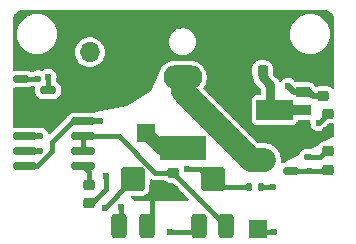
<source format=gbr>
%TF.GenerationSoftware,KiCad,Pcbnew,8.0.4*%
%TF.CreationDate,2024-09-07T16:18:19-07:00*%
%TF.ProjectId,upiez,75706965-7a2e-46b6-9963-61645f706362,rev?*%
%TF.SameCoordinates,Original*%
%TF.FileFunction,Copper,L1,Top*%
%TF.FilePolarity,Positive*%
%FSLAX46Y46*%
G04 Gerber Fmt 4.6, Leading zero omitted, Abs format (unit mm)*
G04 Created by KiCad (PCBNEW 8.0.4) date 2024-09-07 16:18:19*
%MOMM*%
%LPD*%
G01*
G04 APERTURE LIST*
G04 Aperture macros list*
%AMRoundRect*
0 Rectangle with rounded corners*
0 $1 Rounding radius*
0 $2 $3 $4 $5 $6 $7 $8 $9 X,Y pos of 4 corners*
0 Add a 4 corners polygon primitive as box body*
4,1,4,$2,$3,$4,$5,$6,$7,$8,$9,$2,$3,0*
0 Add four circle primitives for the rounded corners*
1,1,$1+$1,$2,$3*
1,1,$1+$1,$4,$5*
1,1,$1+$1,$6,$7*
1,1,$1+$1,$8,$9*
0 Add four rect primitives between the rounded corners*
20,1,$1+$1,$2,$3,$4,$5,0*
20,1,$1+$1,$4,$5,$6,$7,0*
20,1,$1+$1,$6,$7,$8,$9,0*
20,1,$1+$1,$8,$9,$2,$3,0*%
%AMFreePoly0*
4,1,9,3.862500,-0.866500,0.737500,-0.866500,0.737500,-0.450000,-0.737500,-0.450000,-0.737500,0.450000,0.737500,0.450000,0.737500,0.866500,3.862500,0.866500,3.862500,-0.866500,3.862500,-0.866500,$1*%
G04 Aperture macros list end*
%TA.AperFunction,SMDPad,CuDef*%
%ADD10RoundRect,0.225000X-0.250000X0.225000X-0.250000X-0.225000X0.250000X-0.225000X0.250000X0.225000X0*%
%TD*%
%TA.AperFunction,SMDPad,CuDef*%
%ADD11RoundRect,0.250000X0.400000X0.750000X-0.400000X0.750000X-0.400000X-0.750000X0.400000X-0.750000X0*%
%TD*%
%TA.AperFunction,SMDPad,CuDef*%
%ADD12RoundRect,0.250000X0.750000X0.750000X-0.750000X0.750000X-0.750000X-0.750000X0.750000X-0.750000X0*%
%TD*%
%TA.AperFunction,SMDPad,CuDef*%
%ADD13RoundRect,0.150000X-0.825000X-0.150000X0.825000X-0.150000X0.825000X0.150000X-0.825000X0.150000X0*%
%TD*%
%TA.AperFunction,ComponentPad*%
%ADD14R,1.700000X1.700000*%
%TD*%
%TA.AperFunction,ComponentPad*%
%ADD15O,1.700000X1.700000*%
%TD*%
%TA.AperFunction,SMDPad,CuDef*%
%ADD16R,1.500000X1.500000*%
%TD*%
%TA.AperFunction,SMDPad,CuDef*%
%ADD17RoundRect,0.218750X-0.256250X0.218750X-0.256250X-0.218750X0.256250X-0.218750X0.256250X0.218750X0*%
%TD*%
%TA.AperFunction,ComponentPad*%
%ADD18R,4.000000X2.000000*%
%TD*%
%TA.AperFunction,ComponentPad*%
%ADD19O,3.300000X2.000000*%
%TD*%
%TA.AperFunction,ComponentPad*%
%ADD20O,2.000000X3.500000*%
%TD*%
%TA.AperFunction,SMDPad,CuDef*%
%ADD21RoundRect,0.225000X0.250000X-0.225000X0.250000X0.225000X-0.250000X0.225000X-0.250000X-0.225000X0*%
%TD*%
%TA.AperFunction,SMDPad,CuDef*%
%ADD22RoundRect,0.218750X0.256250X-0.218750X0.256250X0.218750X-0.256250X0.218750X-0.256250X-0.218750X0*%
%TD*%
%TA.AperFunction,SMDPad,CuDef*%
%ADD23RoundRect,0.135000X0.185000X-0.135000X0.185000X0.135000X-0.185000X0.135000X-0.185000X-0.135000X0*%
%TD*%
%TA.AperFunction,SMDPad,CuDef*%
%ADD24RoundRect,0.150000X-0.512500X-0.150000X0.512500X-0.150000X0.512500X0.150000X-0.512500X0.150000X0*%
%TD*%
%TA.AperFunction,SMDPad,CuDef*%
%ADD25RoundRect,0.225000X0.425000X0.225000X-0.425000X0.225000X-0.425000X-0.225000X0.425000X-0.225000X0*%
%TD*%
%TA.AperFunction,SMDPad,CuDef*%
%ADD26FreePoly0,180.000000*%
%TD*%
%TA.AperFunction,SMDPad,CuDef*%
%ADD27RoundRect,0.225000X-0.225000X-0.250000X0.225000X-0.250000X0.225000X0.250000X-0.225000X0.250000X0*%
%TD*%
%TA.AperFunction,SMDPad,CuDef*%
%ADD28RoundRect,0.150000X0.512500X0.150000X-0.512500X0.150000X-0.512500X-0.150000X0.512500X-0.150000X0*%
%TD*%
%TA.AperFunction,SMDPad,CuDef*%
%ADD29RoundRect,0.135000X-0.135000X-0.185000X0.135000X-0.185000X0.135000X0.185000X-0.135000X0.185000X0*%
%TD*%
%TA.AperFunction,ViaPad*%
%ADD30C,0.600000*%
%TD*%
%TA.AperFunction,Conductor*%
%ADD31C,0.406400*%
%TD*%
%TA.AperFunction,Conductor*%
%ADD32C,2.000000*%
%TD*%
%TA.AperFunction,Conductor*%
%ADD33C,0.508000*%
%TD*%
%TA.AperFunction,Conductor*%
%ADD34C,1.220000*%
%TD*%
%TA.AperFunction,Conductor*%
%ADD35C,0.762000*%
%TD*%
G04 APERTURE END LIST*
D10*
%TO.P,C3,1*%
%TO.N,/RC1*%
X39446200Y-39661800D03*
%TO.P,C3,2*%
%TO.N,GND*%
X39446200Y-41211800D03*
%TD*%
D11*
%TO.P,VR2,1,1*%
%TO.N,/RC1*%
X43949000Y-44214800D03*
D12*
%TO.P,VR2,2,2*%
%TO.N,/3.3V*%
X42799000Y-40214800D03*
D11*
%TO.P,VR2,3,3*%
%TO.N,/In1*%
X41649000Y-44214800D03*
%TD*%
D13*
%TO.P,U1,1,GND*%
%TO.N,GND*%
X26887400Y-35306000D03*
%TO.P,U1,2,TR*%
%TO.N,/In1*%
X26887400Y-36576000D03*
%TO.P,U1,3,Q*%
%TO.N,/O1*%
X26887400Y-37846000D03*
%TO.P,U1,4,R*%
%TO.N,/3.3V*%
X26887400Y-39116000D03*
%TO.P,U1,5,CV*%
%TO.N,/CV1*%
X31837400Y-39116000D03*
%TO.P,U1,6,THR*%
%TO.N,/RC1*%
X31837400Y-37846000D03*
%TO.P,U1,7,DIS*%
X31837400Y-36576000D03*
%TO.P,U1,8,VCC*%
%TO.N,/3.3V*%
X31837400Y-35306000D03*
%TD*%
D14*
%TO.P,J2,1,Pin_1*%
%TO.N,GND*%
X32410400Y-32004000D03*
D15*
%TO.P,J2,2,Pin_2*%
%TO.N,/Piezo1*%
X32410400Y-29464000D03*
%TD*%
D16*
%TO.P,VDC,1*%
%TO.N,/VDC*%
X37185600Y-36347400D03*
%TD*%
%TO.P,TP1,1*%
%TO.N,/In1*%
X46609000Y-44450000D03*
%TD*%
D17*
%TO.P,D2,1,K*%
%TO.N,Net-(D2-K)*%
X52578000Y-37835700D03*
%TO.P,D2,2,A*%
%TO.N,/O1*%
X52578000Y-39410700D03*
%TD*%
D18*
%TO.P,J1,1*%
%TO.N,/VDC*%
X40259000Y-37592000D03*
D19*
%TO.P,J1,2*%
%TO.N,/L1-*%
X40259000Y-31592000D03*
D20*
%TO.P,J1,MP,MountPin*%
%TO.N,GND*%
X44759000Y-30592000D03*
X35759000Y-30592000D03*
%TD*%
D21*
%TO.P,C2,1*%
%TO.N,/3.3V*%
X52171600Y-33185400D03*
%TO.P,C2,2*%
%TO.N,GND*%
X52171600Y-31635400D03*
%TD*%
D22*
%TO.P,D1,1,K*%
%TO.N,GND*%
X52578000Y-36235700D03*
%TO.P,D1,2,A*%
%TO.N,Net-(D1-A)*%
X52578000Y-34660700D03*
%TD*%
D23*
%TO.P,R2,1*%
%TO.N,Net-(D2-K)*%
X50876200Y-38320400D03*
%TO.P,R2,2*%
%TO.N,GND*%
X50876200Y-37300400D03*
%TD*%
D10*
%TO.P,C4,1*%
%TO.N,/CV1*%
X32334200Y-40677800D03*
%TO.P,C4,2*%
%TO.N,GND*%
X32334200Y-42227800D03*
%TD*%
D24*
%TO.P,Q1,1,G*%
%TO.N,/P1*%
X26599300Y-31750000D03*
%TO.P,Q1,2,S*%
%TO.N,GND*%
X26599300Y-33650000D03*
%TO.P,Q1,3,D*%
%TO.N,/In1*%
X28874300Y-32700000D03*
%TD*%
D25*
%TO.P,U2,1,GND*%
%TO.N,GND*%
X50468800Y-35843900D03*
D26*
%TO.P,U2,2,IN*%
%TO.N,/VDC*%
X50381300Y-34343900D03*
D25*
%TO.P,U2,3,OUT*%
%TO.N,/3.3V*%
X50468800Y-32843900D03*
%TD*%
D27*
%TO.P,C1,1*%
%TO.N,/VDC*%
X47027800Y-31038800D03*
%TO.P,C1,2*%
%TO.N,GND*%
X48577800Y-31038800D03*
%TD*%
D16*
%TO.P,GND,1*%
%TO.N,GND*%
X37846000Y-27178000D03*
%TD*%
D11*
%TO.P,VR1,1,1*%
%TO.N,GND*%
X37218000Y-44214800D03*
D12*
%TO.P,VR1,2,2*%
%TO.N,/P1*%
X36068000Y-40214800D03*
D11*
%TO.P,VR1,3,3*%
%TO.N,/Piezo1*%
X34918000Y-44214800D03*
%TD*%
D28*
%TO.P,Q2,1,G*%
%TO.N,/O1*%
X49448300Y-39522400D03*
%TO.P,Q2,2,S*%
%TO.N,GND*%
X49448300Y-37622400D03*
%TO.P,Q2,3,D*%
%TO.N,/L1-*%
X47173300Y-38572400D03*
%TD*%
D29*
%TO.P,R1,1*%
%TO.N,/3.3V*%
X45895800Y-40919400D03*
%TO.P,R1,2*%
%TO.N,Net-(D1-A)*%
X46915800Y-40919400D03*
%TD*%
D30*
%TO.N,GND*%
X50800000Y-30353000D03*
X37642800Y-40944800D03*
X49911000Y-30353000D03*
X46990000Y-36210200D03*
X37642800Y-41681400D03*
X32410400Y-34163000D03*
X49276000Y-36210200D03*
X48514000Y-36210200D03*
X50800000Y-31242000D03*
X33807400Y-39954200D03*
X47752000Y-36210200D03*
X49911000Y-31242000D03*
%TO.N,/O1*%
X28194000Y-37846000D03*
X51079400Y-39522400D03*
%TO.N,/In1*%
X39166800Y-44704000D03*
X48006000Y-44704000D03*
X28194000Y-36576000D03*
X28874300Y-31577700D03*
%TO.N,/Piezo1*%
X35052000Y-42587800D03*
%TO.N,/P1*%
X28016200Y-31724600D03*
X33655000Y-42621200D03*
%TO.N,Net-(D1-A)*%
X51790600Y-35433000D03*
X47955200Y-40919400D03*
%TO.N,/3.3V*%
X33274000Y-35306000D03*
X49174400Y-32359600D03*
X40665400Y-39344600D03*
%TO.N,/VDC*%
X47698600Y-32273200D03*
%TD*%
D31*
%TO.N,GND*%
X33807400Y-39954200D02*
X33807400Y-41021000D01*
X37642800Y-41681400D02*
X37642800Y-43790000D01*
X33807400Y-41021000D02*
X32537400Y-42291000D01*
D32*
%TO.N,/L1-*%
X46065400Y-38572400D02*
X40259000Y-32766000D01*
X47173300Y-38572400D02*
X46065400Y-38572400D01*
X40259000Y-32766000D02*
X40259000Y-31592000D01*
D31*
%TO.N,/O1*%
X26887400Y-37846000D02*
X28194000Y-37846000D01*
X49448300Y-39522400D02*
X52466300Y-39522400D01*
%TO.N,/RC1*%
X34859892Y-36576000D02*
X31837400Y-36576000D01*
X39446200Y-39661800D02*
X37945692Y-39661800D01*
X43949000Y-44164600D02*
X39446200Y-39661800D01*
X31837400Y-36576000D02*
X31837400Y-37846000D01*
X37945692Y-39661800D02*
X34859892Y-36576000D01*
%TO.N,/CV1*%
X32334200Y-39612800D02*
X31837400Y-39116000D01*
X32334200Y-40677800D02*
X32334200Y-39612800D01*
%TO.N,/In1*%
X28874300Y-31577700D02*
X28874300Y-32700000D01*
X48006000Y-44704000D02*
X46863000Y-44704000D01*
X41159800Y-44704000D02*
X41649000Y-44214800D01*
X26887400Y-36576000D02*
X28194000Y-36576000D01*
X39166800Y-44704000D02*
X41159800Y-44704000D01*
%TO.N,/Piezo1*%
X35045000Y-42594800D02*
X35045000Y-44214800D01*
X35052000Y-42587800D02*
X35045000Y-42594800D01*
%TO.N,/P1*%
X28016200Y-31724600D02*
X27990800Y-31750000D01*
X33655000Y-42621200D02*
X35763200Y-40513000D01*
X27990800Y-31750000D02*
X26599300Y-31750000D01*
%TO.N,Net-(D1-A)*%
X47955200Y-40919400D02*
X46915800Y-40919400D01*
X51790600Y-35433000D02*
X52562900Y-34660700D01*
%TO.N,/3.3V*%
X45895800Y-40919400D02*
X43503600Y-40919400D01*
D33*
X49658700Y-32843900D02*
X50468800Y-32843900D01*
X51321000Y-33185400D02*
X52171600Y-33185400D01*
D31*
X31837400Y-35306000D02*
X30988000Y-35306000D01*
X29210000Y-37084000D02*
X29210000Y-37846000D01*
X30988000Y-35306000D02*
X29210000Y-37084000D01*
X29210000Y-37846000D02*
X27940000Y-39116000D01*
D33*
X33274000Y-35306000D02*
X31837400Y-35306000D01*
D31*
X40665400Y-39344600D02*
X41725600Y-39344600D01*
X41725600Y-39344600D02*
X42799000Y-40418000D01*
X27940000Y-39116000D02*
X26670000Y-39116000D01*
D33*
X49174400Y-32359600D02*
X49658700Y-32843900D01*
X50468800Y-32843900D02*
X50979500Y-32843900D01*
X50979500Y-32843900D02*
X51321000Y-33185400D01*
D31*
%TO.N,Net-(D2-K)*%
X51915500Y-38320400D02*
X52578000Y-37657900D01*
X50876200Y-38320400D02*
X51915500Y-38320400D01*
D34*
%TO.N,/VDC*%
X40259000Y-37592000D02*
X38430200Y-37592000D01*
X38430200Y-37592000D02*
X37185600Y-36347400D01*
D35*
X47698600Y-32273200D02*
X47027800Y-31602400D01*
X47701200Y-32275800D02*
X47701200Y-33516500D01*
X47027800Y-31602400D02*
X47027800Y-31038800D01*
%TD*%
%TA.AperFunction,Conductor*%
%TO.N,GND*%
G36*
X37650531Y-40201184D02*
G01*
X37650983Y-40200095D01*
X37656698Y-40202462D01*
X37656701Y-40202464D01*
X37689221Y-40215934D01*
X37767732Y-40248455D01*
X37847035Y-40264228D01*
X37885596Y-40271899D01*
X37885599Y-40271899D01*
X37885602Y-40271900D01*
X38005782Y-40271900D01*
X38635468Y-40271900D01*
X38703589Y-40291902D01*
X38724563Y-40308805D01*
X38805820Y-40390062D01*
X38805824Y-40390065D01*
X38805826Y-40390067D01*
X38943248Y-40471338D01*
X39096563Y-40515880D01*
X39132393Y-40518700D01*
X39388097Y-40518699D01*
X39456217Y-40538701D01*
X39477192Y-40555604D01*
X40743493Y-41821905D01*
X40777519Y-41884217D01*
X40772454Y-41955032D01*
X40729907Y-42011868D01*
X40663387Y-42036679D01*
X40654398Y-42037000D01*
X36234816Y-42037000D01*
X36166695Y-42016998D01*
X36162413Y-42014120D01*
X36142438Y-42000095D01*
X35929833Y-41850819D01*
X35885576Y-41795306D01*
X35878358Y-41724677D01*
X35910471Y-41661358D01*
X35971718Y-41625452D01*
X36002237Y-41621700D01*
X36884345Y-41621700D01*
X36884345Y-41621699D01*
X36921579Y-41618769D01*
X37080960Y-41572465D01*
X37223819Y-41487978D01*
X37341178Y-41370619D01*
X37425665Y-41227760D01*
X37471969Y-41068379D01*
X37474899Y-41031145D01*
X37474900Y-41031145D01*
X37474900Y-40315507D01*
X37494902Y-40247386D01*
X37548558Y-40200893D01*
X37618832Y-40190789D01*
X37650531Y-40201184D01*
G37*
%TD.AperFunction*%
%TA.AperFunction,Conductor*%
G36*
X52330162Y-25901106D02*
G01*
X52461778Y-25914070D01*
X52485992Y-25918886D01*
X52606599Y-25955472D01*
X52629418Y-25964924D01*
X52740565Y-26024333D01*
X52761101Y-26038054D01*
X52858527Y-26118009D01*
X52875992Y-26135474D01*
X52955944Y-26232897D01*
X52969666Y-26253434D01*
X53029075Y-26364581D01*
X53038527Y-26387401D01*
X53075111Y-26508001D01*
X53079930Y-26532226D01*
X53092893Y-26663836D01*
X53093500Y-26676187D01*
X53093500Y-32434468D01*
X53073498Y-32502589D01*
X53019842Y-32549082D01*
X52949568Y-32559186D01*
X52884988Y-32529692D01*
X52878405Y-32523563D01*
X52811979Y-32457137D01*
X52811975Y-32457134D01*
X52811974Y-32457133D01*
X52674552Y-32375862D01*
X52600860Y-32354452D01*
X52521242Y-32331321D01*
X52521238Y-32331320D01*
X52521237Y-32331320D01*
X52521233Y-32331319D01*
X52521229Y-32331319D01*
X52485415Y-32328500D01*
X51857794Y-32328500D01*
X51821964Y-32331319D01*
X51668644Y-32375863D01*
X51640447Y-32392539D01*
X51571631Y-32409998D01*
X51504299Y-32387480D01*
X51467857Y-32348227D01*
X51397067Y-32228526D01*
X51397063Y-32228522D01*
X51397062Y-32228520D01*
X51284179Y-32115637D01*
X51284175Y-32115634D01*
X51284174Y-32115633D01*
X51146752Y-32034362D01*
X51073060Y-32012952D01*
X50993442Y-31989821D01*
X50993438Y-31989820D01*
X50993437Y-31989820D01*
X50993433Y-31989819D01*
X50993429Y-31989819D01*
X50957615Y-31987000D01*
X49979994Y-31987000D01*
X49944163Y-31989820D01*
X49944161Y-31989820D01*
X49893084Y-32004659D01*
X49822088Y-32004456D01*
X49762472Y-31965901D01*
X49754237Y-31955238D01*
X49730915Y-31921450D01*
X49707409Y-31887396D01*
X49578914Y-31773560D01*
X49426911Y-31693782D01*
X49426907Y-31693780D01*
X49260236Y-31652700D01*
X49260233Y-31652700D01*
X49088567Y-31652700D01*
X49088563Y-31652700D01*
X48921892Y-31693780D01*
X48921888Y-31693782D01*
X48818367Y-31748115D01*
X48769886Y-31773560D01*
X48641391Y-31887396D01*
X48641389Y-31887398D01*
X48617748Y-31921647D01*
X48562589Y-31966345D01*
X48492020Y-31974126D01*
X48428447Y-31942520D01*
X48403877Y-31907233D01*
X48402347Y-31908051D01*
X48399428Y-31902590D01*
X48389276Y-31887396D01*
X48313202Y-31773543D01*
X48203457Y-31663798D01*
X47921604Y-31381945D01*
X47887578Y-31319633D01*
X47884699Y-31292850D01*
X47884699Y-30724994D01*
X47883247Y-30706533D01*
X47881880Y-30689163D01*
X47837338Y-30535848D01*
X47756067Y-30398426D01*
X47756065Y-30398424D01*
X47756062Y-30398420D01*
X47643179Y-30285537D01*
X47643175Y-30285534D01*
X47643174Y-30285533D01*
X47505752Y-30204262D01*
X47432060Y-30182852D01*
X47352442Y-30159721D01*
X47352438Y-30159720D01*
X47352437Y-30159720D01*
X47352433Y-30159719D01*
X47352429Y-30159719D01*
X47316615Y-30156900D01*
X46738994Y-30156900D01*
X46703164Y-30159719D01*
X46549845Y-30204263D01*
X46412424Y-30285534D01*
X46412420Y-30285537D01*
X46299537Y-30398420D01*
X46299534Y-30398424D01*
X46218263Y-30535845D01*
X46173721Y-30689157D01*
X46173719Y-30689170D01*
X46170900Y-30724984D01*
X46170900Y-31352605D01*
X46173719Y-31388435D01*
X46218262Y-31541752D01*
X46222353Y-31548669D01*
X46239900Y-31612809D01*
X46239900Y-31680004D01*
X46242641Y-31693782D01*
X46270179Y-31832222D01*
X46329572Y-31975610D01*
X46415798Y-32104657D01*
X46415802Y-32104661D01*
X46876395Y-32565254D01*
X46910421Y-32627566D01*
X46913300Y-32654349D01*
X46913300Y-32939500D01*
X46893298Y-33007621D01*
X46839642Y-33054114D01*
X46787300Y-33065500D01*
X46518800Y-33065500D01*
X46391516Y-33085660D01*
X46391514Y-33085660D01*
X46391514Y-33085661D01*
X46276691Y-33144165D01*
X46185565Y-33235291D01*
X46132219Y-33339990D01*
X46127060Y-33350116D01*
X46106900Y-33477400D01*
X46106900Y-35210400D01*
X46127060Y-35337684D01*
X46156313Y-35395096D01*
X46175625Y-35433000D01*
X46185566Y-35452509D01*
X46276691Y-35543634D01*
X46391516Y-35602140D01*
X46518800Y-35622300D01*
X46518803Y-35622300D01*
X49643797Y-35622300D01*
X49643800Y-35622300D01*
X49771084Y-35602140D01*
X49885909Y-35543634D01*
X49977034Y-35452509D01*
X50035540Y-35337684D01*
X50039594Y-35312086D01*
X50070005Y-35247936D01*
X50130273Y-35210409D01*
X50164042Y-35205800D01*
X50963870Y-35205800D01*
X51031991Y-35225802D01*
X51078484Y-35279458D01*
X51088951Y-35346987D01*
X51078508Y-35432996D01*
X51078508Y-35433003D01*
X51099198Y-35603412D01*
X51160075Y-35763929D01*
X51218864Y-35849098D01*
X51257591Y-35905204D01*
X51386086Y-36019040D01*
X51538089Y-36098818D01*
X51538090Y-36098818D01*
X51538092Y-36098819D01*
X51696207Y-36137790D01*
X51704767Y-36139900D01*
X51704770Y-36139900D01*
X51876430Y-36139900D01*
X51876433Y-36139900D01*
X52043111Y-36098818D01*
X52195114Y-36019040D01*
X52323609Y-35905204D01*
X52421126Y-35763926D01*
X52471800Y-35630306D01*
X52500517Y-35585894D01*
X52544410Y-35542003D01*
X52606723Y-35507979D01*
X52633503Y-35505100D01*
X52897445Y-35505100D01*
X52897445Y-35505099D01*
X52932901Y-35502309D01*
X52932914Y-35502305D01*
X52939239Y-35501151D01*
X52939484Y-35502493D01*
X53003325Y-35502666D01*
X53062947Y-35541212D01*
X53092266Y-35605872D01*
X53093500Y-35623466D01*
X53093500Y-36511108D01*
X53073498Y-36579229D01*
X53026454Y-36622465D01*
X52357426Y-36976657D01*
X52298472Y-36991300D01*
X52258554Y-36991300D01*
X52223106Y-36994090D01*
X52223093Y-36994092D01*
X52071294Y-37038194D01*
X51935240Y-37118657D01*
X51935233Y-37118662D01*
X51823463Y-37230432D01*
X51823458Y-37230438D01*
X51816659Y-37241935D01*
X51767163Y-37289147D01*
X51125492Y-37628857D01*
X51066538Y-37643500D01*
X50648770Y-37643500D01*
X50561694Y-37653957D01*
X50561688Y-37653958D01*
X50423113Y-37708605D01*
X50423110Y-37708607D01*
X50304415Y-37798615D01*
X50214407Y-37917310D01*
X50214405Y-37917313D01*
X50159758Y-38055888D01*
X50159757Y-38055893D01*
X50156818Y-38080370D01*
X50128836Y-38145619D01*
X50090671Y-38176702D01*
X48902353Y-38805812D01*
X48858422Y-38819556D01*
X48802705Y-38826246D01*
X48802703Y-38826247D01*
X48746371Y-38848462D01*
X48675662Y-38854845D01*
X48612727Y-38821986D01*
X48577548Y-38760318D01*
X48575700Y-38711534D01*
X48580200Y-38683125D01*
X48580200Y-38461678D01*
X48580200Y-38461675D01*
X48545557Y-38242950D01*
X48477125Y-38032338D01*
X48376588Y-37835024D01*
X48246423Y-37655866D01*
X48246420Y-37655863D01*
X48246418Y-37655860D01*
X48089839Y-37499281D01*
X48089836Y-37499279D01*
X48089834Y-37499277D01*
X47937915Y-37388902D01*
X47910679Y-37369114D01*
X47910678Y-37369113D01*
X47910676Y-37369112D01*
X47713362Y-37268575D01*
X47713359Y-37268574D01*
X47713357Y-37268573D01*
X47502755Y-37200144D01*
X47502751Y-37200143D01*
X47502750Y-37200143D01*
X47284025Y-37165500D01*
X47284022Y-37165500D01*
X46700347Y-37165500D01*
X46632226Y-37145498D01*
X46611252Y-37128595D01*
X42062032Y-32579375D01*
X42028006Y-32517063D01*
X42033071Y-32446248D01*
X42049188Y-32416224D01*
X42112288Y-32329376D01*
X42212825Y-32132062D01*
X42281257Y-31921450D01*
X42315900Y-31702725D01*
X42315900Y-31481275D01*
X42281257Y-31262550D01*
X42212825Y-31051938D01*
X42112288Y-30854624D01*
X41982123Y-30675466D01*
X41982120Y-30675463D01*
X41982118Y-30675460D01*
X41825539Y-30518881D01*
X41825536Y-30518879D01*
X41825534Y-30518877D01*
X41646376Y-30388712D01*
X41449062Y-30288175D01*
X41449059Y-30288174D01*
X41449057Y-30288173D01*
X41238455Y-30219744D01*
X41238451Y-30219743D01*
X41238450Y-30219743D01*
X41019725Y-30185100D01*
X39498275Y-30185100D01*
X39279550Y-30219743D01*
X39279544Y-30219744D01*
X39068942Y-30288173D01*
X39068936Y-30288176D01*
X38871620Y-30388714D01*
X38692463Y-30518879D01*
X38692460Y-30518881D01*
X38535881Y-30675460D01*
X38535879Y-30675463D01*
X38405714Y-30854620D01*
X38305174Y-31051939D01*
X38239785Y-31253183D01*
X38235764Y-31263880D01*
X37607552Y-32729710D01*
X37562333Y-32784443D01*
X37558520Y-32786924D01*
X35580110Y-34023430D01*
X35536691Y-34040397D01*
X32867600Y-34543999D01*
X32854333Y-34559717D01*
X32795109Y-34598871D01*
X32743025Y-34603546D01*
X32706001Y-34599100D01*
X30968804Y-34599100D01*
X30968792Y-34599101D01*
X30879306Y-34609846D01*
X30736888Y-34666009D01*
X30614909Y-34758509D01*
X30522407Y-34880490D01*
X30522406Y-34880492D01*
X30513592Y-34902844D01*
X30485473Y-34945713D01*
X29061752Y-36369434D01*
X28999440Y-36403460D01*
X28928625Y-36398395D01*
X28871789Y-36355848D01*
X28854845Y-36325019D01*
X28824526Y-36245074D01*
X28727009Y-36103796D01*
X28598514Y-35989960D01*
X28446511Y-35910182D01*
X28446507Y-35910180D01*
X28279836Y-35869100D01*
X28279833Y-35869100D01*
X28108167Y-35869100D01*
X28108163Y-35869100D01*
X27968758Y-35903460D01*
X27897830Y-35900341D01*
X27892383Y-35898337D01*
X27845495Y-35879847D01*
X27845490Y-35879846D01*
X27756003Y-35869100D01*
X26026500Y-35869100D01*
X25958379Y-35849098D01*
X25911886Y-35795442D01*
X25900500Y-35743100D01*
X25900500Y-32581799D01*
X25920502Y-32513678D01*
X25974158Y-32467185D01*
X26039421Y-32457029D01*
X26039443Y-32456675D01*
X26041073Y-32456772D01*
X26041537Y-32456700D01*
X26043199Y-32456900D01*
X27155400Y-32456899D01*
X27244894Y-32446153D01*
X27387309Y-32389992D01*
X27390622Y-32387480D01*
X27392963Y-32385705D01*
X27459327Y-32360480D01*
X27469099Y-32360100D01*
X27674868Y-32360100D01*
X27733418Y-32374530D01*
X27738659Y-32377281D01*
X27789679Y-32426648D01*
X27805912Y-32495764D01*
X27805205Y-32503856D01*
X27804900Y-32506394D01*
X27804900Y-32893595D01*
X27804901Y-32893607D01*
X27815646Y-32983093D01*
X27871809Y-33125511D01*
X27964309Y-33247490D01*
X28086288Y-33339990D01*
X28086291Y-33339992D01*
X28228706Y-33396153D01*
X28318199Y-33406900D01*
X29430400Y-33406899D01*
X29519894Y-33396153D01*
X29662309Y-33339992D01*
X29784290Y-33247490D01*
X29876792Y-33125509D01*
X29932953Y-32983094D01*
X29943700Y-32893601D01*
X29943699Y-32506400D01*
X29932953Y-32416906D01*
X29876792Y-32274491D01*
X29876790Y-32274488D01*
X29784290Y-32152509D01*
X29662311Y-32060009D01*
X29662309Y-32060008D01*
X29591056Y-32031909D01*
X29535024Y-31988312D01*
X29511456Y-31921341D01*
X29519468Y-31870016D01*
X29565700Y-31748115D01*
X29565700Y-31748114D01*
X29565701Y-31748112D01*
X29586392Y-31577703D01*
X29586392Y-31577696D01*
X29565701Y-31407287D01*
X29544963Y-31352605D01*
X29504826Y-31246774D01*
X29504824Y-31246772D01*
X29504824Y-31246770D01*
X29417250Y-31119898D01*
X29407309Y-31105496D01*
X29278814Y-30991660D01*
X29126811Y-30911882D01*
X29126807Y-30911880D01*
X28960136Y-30870800D01*
X28960133Y-30870800D01*
X28788467Y-30870800D01*
X28788463Y-30870800D01*
X28621792Y-30911880D01*
X28621788Y-30911882D01*
X28469783Y-30991661D01*
X28469782Y-30991662D01*
X28412499Y-31042410D01*
X28348246Y-31072610D01*
X28277866Y-31063278D01*
X28270391Y-31059664D01*
X28268711Y-31058782D01*
X28268707Y-31058780D01*
X28102036Y-31017700D01*
X28102033Y-31017700D01*
X27930367Y-31017700D01*
X27930363Y-31017700D01*
X27763692Y-31058780D01*
X27763684Y-31058784D01*
X27636631Y-31125467D01*
X27578076Y-31139900D01*
X27469099Y-31139900D01*
X27400978Y-31119898D01*
X27392963Y-31114295D01*
X27387312Y-31110009D01*
X27244896Y-31053847D01*
X27244890Y-31053846D01*
X27155401Y-31043100D01*
X26043204Y-31043100D01*
X26043201Y-31043100D01*
X26043200Y-31043101D01*
X26041510Y-31043303D01*
X26041064Y-31043229D01*
X26039446Y-31043326D01*
X26039423Y-31042953D01*
X25971493Y-31031560D01*
X25918939Y-30983825D01*
X25900500Y-30918201D01*
X25900500Y-27828540D01*
X26239500Y-27828540D01*
X26239500Y-28051459D01*
X26268594Y-28272456D01*
X26270184Y-28278389D01*
X26326290Y-28487781D01*
X26411595Y-28693726D01*
X26411596Y-28693727D01*
X26411601Y-28693737D01*
X26523049Y-28886770D01*
X26658753Y-29063624D01*
X26658762Y-29063634D01*
X26816365Y-29221237D01*
X26816375Y-29221246D01*
X26816376Y-29221247D01*
X26993226Y-29356948D01*
X27186274Y-29468405D01*
X27392219Y-29553710D01*
X27607537Y-29611404D01*
X27607541Y-29611404D01*
X27607543Y-29611405D01*
X27664501Y-29618903D01*
X27828543Y-29640500D01*
X27828550Y-29640500D01*
X28051450Y-29640500D01*
X28051457Y-29640500D01*
X28251191Y-29614204D01*
X28272456Y-29611405D01*
X28272456Y-29611404D01*
X28272463Y-29611404D01*
X28487781Y-29553710D01*
X28693726Y-29468405D01*
X28701356Y-29464000D01*
X31148699Y-29464000D01*
X31167867Y-29683092D01*
X31198370Y-29796934D01*
X31224788Y-29895525D01*
X31224790Y-29895530D01*
X31317735Y-30094851D01*
X31363157Y-30159721D01*
X31443881Y-30275006D01*
X31599394Y-30430519D01*
X31779549Y-30556665D01*
X31978873Y-30649611D01*
X32191308Y-30706533D01*
X32410400Y-30725701D01*
X32629492Y-30706533D01*
X32841927Y-30649611D01*
X33041251Y-30556665D01*
X33221406Y-30430519D01*
X33376919Y-30275006D01*
X33503065Y-30094851D01*
X33596011Y-29895527D01*
X33652933Y-29683092D01*
X33672101Y-29464000D01*
X33652933Y-29244908D01*
X33596011Y-29032473D01*
X33503065Y-28833150D01*
X33503064Y-28833149D01*
X33503063Y-28833146D01*
X33376925Y-28653002D01*
X33376922Y-28652998D01*
X33376919Y-28652994D01*
X33225379Y-28501454D01*
X39108500Y-28501454D01*
X39108500Y-28682546D01*
X39136829Y-28861409D01*
X39192789Y-29033639D01*
X39275004Y-29194994D01*
X39381447Y-29341501D01*
X39381449Y-29341503D01*
X39381451Y-29341506D01*
X39509493Y-29469548D01*
X39509496Y-29469550D01*
X39509499Y-29469553D01*
X39656006Y-29575996D01*
X39817361Y-29658211D01*
X39989591Y-29714171D01*
X40168454Y-29742500D01*
X40168457Y-29742500D01*
X40349543Y-29742500D01*
X40349546Y-29742500D01*
X40528409Y-29714171D01*
X40700639Y-29658211D01*
X40861994Y-29575996D01*
X41008501Y-29469553D01*
X41136553Y-29341501D01*
X41242996Y-29194994D01*
X41325211Y-29033639D01*
X41381171Y-28861409D01*
X41409500Y-28682546D01*
X41409500Y-28501454D01*
X41381171Y-28322591D01*
X41325211Y-28150361D01*
X41242996Y-27989006D01*
X41136553Y-27842499D01*
X41136550Y-27842496D01*
X41136548Y-27842493D01*
X41122595Y-27828540D01*
X49353500Y-27828540D01*
X49353500Y-28051459D01*
X49382594Y-28272456D01*
X49384184Y-28278389D01*
X49440290Y-28487781D01*
X49525595Y-28693726D01*
X49525596Y-28693727D01*
X49525601Y-28693737D01*
X49637049Y-28886770D01*
X49772753Y-29063624D01*
X49772762Y-29063634D01*
X49930365Y-29221237D01*
X49930375Y-29221246D01*
X49930376Y-29221247D01*
X50107226Y-29356948D01*
X50300274Y-29468405D01*
X50506219Y-29553710D01*
X50721537Y-29611404D01*
X50721541Y-29611404D01*
X50721543Y-29611405D01*
X50778501Y-29618903D01*
X50942543Y-29640500D01*
X50942550Y-29640500D01*
X51165450Y-29640500D01*
X51165457Y-29640500D01*
X51365191Y-29614204D01*
X51386456Y-29611405D01*
X51386456Y-29611404D01*
X51386463Y-29611404D01*
X51601781Y-29553710D01*
X51807726Y-29468405D01*
X52000774Y-29356948D01*
X52177624Y-29221247D01*
X52335247Y-29063624D01*
X52470948Y-28886774D01*
X52582405Y-28693726D01*
X52667710Y-28487781D01*
X52725404Y-28272463D01*
X52754500Y-28051457D01*
X52754500Y-27828543D01*
X52725466Y-27608006D01*
X52725405Y-27607543D01*
X52725404Y-27607541D01*
X52725404Y-27607537D01*
X52667710Y-27392219D01*
X52582405Y-27186274D01*
X52470948Y-26993226D01*
X52335247Y-26816376D01*
X52335246Y-26816375D01*
X52335237Y-26816365D01*
X52177634Y-26658762D01*
X52177624Y-26658753D01*
X52000770Y-26523049D01*
X51807737Y-26411601D01*
X51807732Y-26411598D01*
X51807726Y-26411595D01*
X51601781Y-26326290D01*
X51386463Y-26268596D01*
X51386456Y-26268594D01*
X51165459Y-26239500D01*
X51165457Y-26239500D01*
X50942543Y-26239500D01*
X50942540Y-26239500D01*
X50721543Y-26268594D01*
X50506219Y-26326290D01*
X50300272Y-26411596D01*
X50300262Y-26411601D01*
X50107229Y-26523049D01*
X49930375Y-26658753D01*
X49930365Y-26658762D01*
X49772762Y-26816365D01*
X49772753Y-26816375D01*
X49637049Y-26993229D01*
X49525601Y-27186262D01*
X49525596Y-27186272D01*
X49440290Y-27392219D01*
X49382594Y-27607543D01*
X49353500Y-27828540D01*
X41122595Y-27828540D01*
X41008506Y-27714451D01*
X41008503Y-27714449D01*
X41008501Y-27714447D01*
X40861994Y-27608004D01*
X40700639Y-27525789D01*
X40700636Y-27525788D01*
X40700634Y-27525787D01*
X40528412Y-27469830D01*
X40528409Y-27469829D01*
X40349546Y-27441500D01*
X40168454Y-27441500D01*
X39989591Y-27469829D01*
X39989588Y-27469829D01*
X39989587Y-27469830D01*
X39817365Y-27525787D01*
X39817359Y-27525790D01*
X39656002Y-27608006D01*
X39509496Y-27714449D01*
X39509493Y-27714451D01*
X39381451Y-27842493D01*
X39381449Y-27842496D01*
X39275006Y-27989002D01*
X39192790Y-28150359D01*
X39192787Y-28150365D01*
X39136830Y-28322587D01*
X39136829Y-28322591D01*
X39108500Y-28501454D01*
X33225379Y-28501454D01*
X33221406Y-28497481D01*
X33041251Y-28371335D01*
X32936719Y-28322591D01*
X32841930Y-28278390D01*
X32841925Y-28278388D01*
X32743334Y-28251970D01*
X32629492Y-28221467D01*
X32410400Y-28202299D01*
X32191308Y-28221467D01*
X32134387Y-28236718D01*
X31978874Y-28278388D01*
X31978870Y-28278390D01*
X31779546Y-28371336D01*
X31599402Y-28497474D01*
X31599391Y-28497483D01*
X31443883Y-28652991D01*
X31443874Y-28653002D01*
X31317736Y-28833146D01*
X31224790Y-29032470D01*
X31224788Y-29032474D01*
X31216439Y-29063634D01*
X31167867Y-29244908D01*
X31148699Y-29464000D01*
X28701356Y-29464000D01*
X28886774Y-29356948D01*
X29063624Y-29221247D01*
X29221247Y-29063624D01*
X29356948Y-28886774D01*
X29468405Y-28693726D01*
X29553710Y-28487781D01*
X29611404Y-28272463D01*
X29640500Y-28051457D01*
X29640500Y-27828543D01*
X29611466Y-27608006D01*
X29611405Y-27607543D01*
X29611404Y-27607541D01*
X29611404Y-27607537D01*
X29553710Y-27392219D01*
X29468405Y-27186274D01*
X29356948Y-26993226D01*
X29221247Y-26816376D01*
X29221246Y-26816375D01*
X29221237Y-26816365D01*
X29063634Y-26658762D01*
X29063624Y-26658753D01*
X28886770Y-26523049D01*
X28693737Y-26411601D01*
X28693732Y-26411598D01*
X28693726Y-26411595D01*
X28487781Y-26326290D01*
X28272463Y-26268596D01*
X28272456Y-26268594D01*
X28051459Y-26239500D01*
X28051457Y-26239500D01*
X27828543Y-26239500D01*
X27828540Y-26239500D01*
X27607543Y-26268594D01*
X27392219Y-26326290D01*
X27186272Y-26411596D01*
X27186262Y-26411601D01*
X26993229Y-26523049D01*
X26816375Y-26658753D01*
X26816365Y-26658762D01*
X26658762Y-26816365D01*
X26658753Y-26816375D01*
X26523049Y-26993229D01*
X26411601Y-27186262D01*
X26411596Y-27186272D01*
X26326290Y-27392219D01*
X26268594Y-27607543D01*
X26239500Y-27828540D01*
X25900500Y-27828540D01*
X25900500Y-26676187D01*
X25901107Y-26663837D01*
X25906990Y-26604108D01*
X25914070Y-26532219D01*
X25918886Y-26508009D01*
X25955473Y-26387396D01*
X25964921Y-26364586D01*
X26024336Y-26253428D01*
X26038051Y-26232902D01*
X26118014Y-26135466D01*
X26135466Y-26118014D01*
X26232902Y-26038051D01*
X26253428Y-26024336D01*
X26364586Y-25964921D01*
X26387396Y-25955473D01*
X26508009Y-25918886D01*
X26532219Y-25914070D01*
X26663837Y-25901106D01*
X26676187Y-25900500D01*
X26735892Y-25900500D01*
X52258108Y-25900500D01*
X52317813Y-25900500D01*
X52330162Y-25901106D01*
G37*
%TD.AperFunction*%
%TD*%
M02*

</source>
